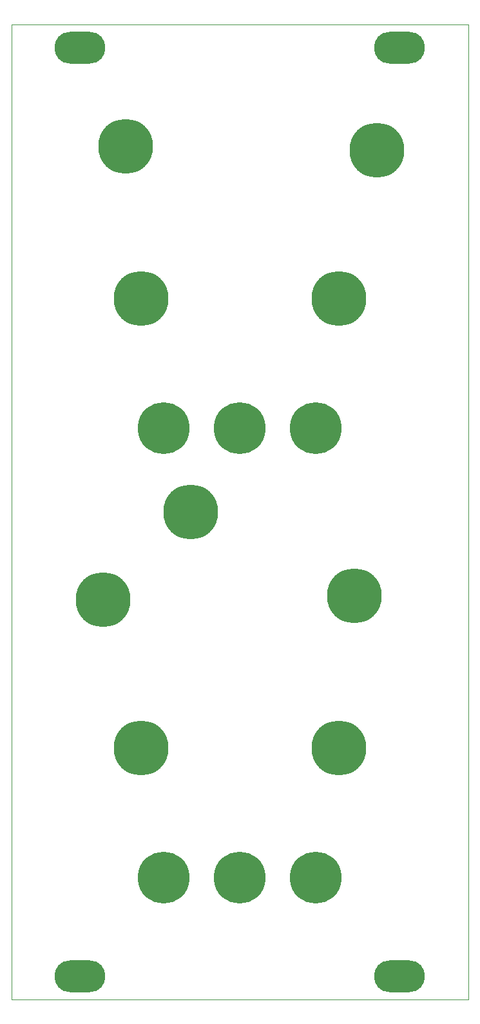
<source format=gbl>
G04 #@! TF.GenerationSoftware,KiCad,Pcbnew,(6.0.1)*
G04 #@! TF.CreationDate,2022-09-13T09:45:50+02:00*
G04 #@! TF.ProjectId,MS20-VCF,4d533230-2d56-4434-962e-6b696361645f,rev?*
G04 #@! TF.SameCoordinates,Original*
G04 #@! TF.FileFunction,Copper,L2,Bot*
G04 #@! TF.FilePolarity,Positive*
%FSLAX46Y46*%
G04 Gerber Fmt 4.6, Leading zero omitted, Abs format (unit mm)*
G04 Created by KiCad (PCBNEW (6.0.1)) date 2022-09-13 09:45:50*
%MOMM*%
%LPD*%
G01*
G04 APERTURE LIST*
G04 #@! TA.AperFunction,Profile*
%ADD10C,0.050000*%
G04 #@! TD*
G04 #@! TA.AperFunction,ComponentPad*
%ADD11O,6.700000X4.200000*%
G04 #@! TD*
G04 #@! TA.AperFunction,ViaPad*
%ADD12C,7.200000*%
G04 #@! TD*
G04 #@! TA.AperFunction,ViaPad*
%ADD13C,6.800000*%
G04 #@! TD*
G04 APERTURE END LIST*
D10*
X237000000Y-27500000D02*
X237000000Y-155500000D01*
X177000000Y-155500000D02*
X176999999Y-151000001D01*
X177000000Y-27500000D02*
X176999999Y-151000001D01*
X237000000Y-155500000D02*
X177000000Y-155500000D01*
X177000000Y-27500000D02*
X237000000Y-27500000D01*
D11*
X186000000Y-30500000D03*
X228000000Y-30500000D03*
X228000000Y-152500000D03*
X186000000Y-152500000D03*
D12*
X200500000Y-91500000D03*
D13*
X197000000Y-80500000D03*
X207000000Y-80500000D03*
X217000000Y-80500000D03*
D12*
X225000000Y-44000000D03*
X189000000Y-103000000D03*
X220000000Y-122500000D03*
X194000000Y-122500000D03*
X222000000Y-102500000D03*
D13*
X207000000Y-139500000D03*
X197000000Y-139500000D03*
X217000000Y-139500000D03*
D12*
X220000000Y-63500000D03*
X194000000Y-63500000D03*
X192000000Y-43500000D03*
M02*

</source>
